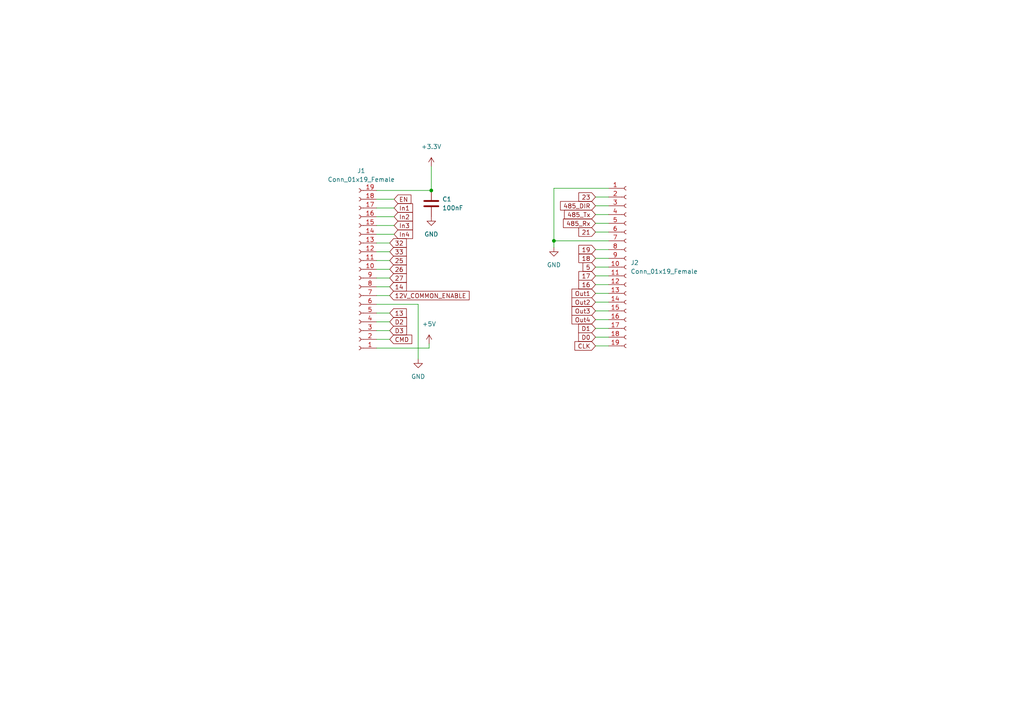
<source format=kicad_sch>
(kicad_sch (version 20230121) (generator eeschema)
  (paper "A4")
  (lib_symbols
    (symbol "Connector:Conn_01x19_Female" (pin_names (offset 1.016) hide)
      (property "Reference" "J" (at 0 25.4 0))
      (property "Value" "Conn_01x19_Female" (at 0 -25.4 0))
      (symbol "Conn_01x19_Female_1_1"
        (arc (start 0 -22.352) (mid -0.5058 -22.86) (end 0 -23.368) (stroke (width 0.1524)))
        (arc (start 0 -19.812) (mid -0.5058 -20.32) (end 0 -20.828) (stroke (width 0.1524)))
        (arc (start 0 -17.272) (mid -0.5058 -17.78) (end 0 -18.288) (stroke (width 0.1524)))
        (arc (start 0 -14.732) (mid -0.5058 -15.24) (end 0 -15.748) (stroke (width 0.1524)))
        (arc (start 0 -12.192) (mid -0.5058 -12.7) (end 0 -13.208) (stroke (width 0.1524)))
        (arc (start 0 -9.652) (mid -0.5058 -10.16) (end 0 -10.668) (stroke (width 0.1524)))
        (arc (start 0 -7.112) (mid -0.5058 -7.62) (end 0 -8.128) (stroke (width 0.1524)))
        (arc (start 0 -4.572) (mid -0.5058 -5.08) (end 0 -5.588) (stroke (width 0.1524)))
        (arc (start 0 -2.032) (mid -0.5058 -2.54) (end 0 -3.048) (stroke (width 0.1524)))
        (polyline (pts (xy -1.27 -22.86) (xy -0.508 -22.86)) (stroke (width 0.1524)))
        (polyline (pts (xy -1.27 -20.32) (xy -0.508 -20.32)) (stroke (width 0.1524)))
        (polyline (pts (xy -1.27 -17.78) (xy -0.508 -17.78)) (stroke (width 0.1524)))
        (polyline (pts (xy -1.27 -15.24) (xy -0.508 -15.24)) (stroke (width 0.1524)))
        (polyline (pts (xy -1.27 -12.7) (xy -0.508 -12.7)) (stroke (width 0.1524)))
        (polyline (pts (xy -1.27 -10.16) (xy -0.508 -10.16)) (stroke (width 0.1524)))
        (polyline (pts (xy -1.27 -7.62) (xy -0.508 -7.62)) (stroke (width 0.1524)))
        (polyline (pts (xy -1.27 -5.08) (xy -0.508 -5.08)) (stroke (width 0.1524)))
        (polyline (pts (xy -1.27 -2.54) (xy -0.508 -2.54)) (stroke (width 0.1524)))
        (polyline (pts (xy -1.27 0) (xy -0.508 0)) (stroke (width 0.1524)))
        (polyline (pts (xy -1.27 2.54) (xy -0.508 2.54)) (stroke (width 0.1524)))
        (polyline (pts (xy -1.27 5.08) (xy -0.508 5.08)) (stroke (width 0.1524)))
        (polyline (pts (xy -1.27 7.62) (xy -0.508 7.62)) (stroke (width 0.1524)))
        (polyline (pts (xy -1.27 10.16) (xy -0.508 10.16)) (stroke (width 0.1524)))
        (polyline (pts (xy -1.27 12.7) (xy -0.508 12.7)) (stroke (width 0.1524)))
        (polyline (pts (xy -1.27 15.24) (xy -0.508 15.24)) (stroke (width 0.1524)))
        (polyline (pts (xy -1.27 17.78) (xy -0.508 17.78)) (stroke (width 0.1524)))
        (polyline (pts (xy -1.27 20.32) (xy -0.508 20.32)) (stroke (width 0.1524)))
        (polyline (pts (xy -1.27 22.86) (xy -0.508 22.86)) (stroke (width 0.1524)))
        (arc (start 0 0.508) (mid -0.5058 0) (end 0 -0.508) (stroke (width 0.1524)))
        (arc (start 0 3.048) (mid -0.5058 2.54) (end 0 2.032) (stroke (width 0.1524)))
        (arc (start 0 5.588) (mid -0.5058 5.08) (end 0 4.572) (stroke (width 0.1524)))
        (arc (start 0 8.128) (mid -0.5058 7.62) (end 0 7.112) (stroke (width 0.1524)))
        (arc (start 0 10.668) (mid -0.5058 10.16) (end 0 9.652) (stroke (width 0.1524)))
        (arc (start 0 13.208) (mid -0.5058 12.7) (end 0 12.192) (stroke (width 0.1524)))
        (arc (start 0 15.748) (mid -0.5058 15.24) (end 0 14.732) (stroke (width 0.1524)))
        (arc (start 0 18.288) (mid -0.5058 17.78) (end 0 17.272) (stroke (width 0.1524)))
        (arc (start 0 20.828) (mid -0.5058 20.32) (end 0 19.812) (stroke (width 0.1524)))
        (arc (start 0 23.368) (mid -0.5058 22.86) (end 0 22.352) (stroke (width 0.1524)))
        (pin passive line (at -5.08 22.86 0) (length 3.81) (name "Pin_1") (number "1"))
        (pin passive line (at -5.08 0 0) (length 3.81) (name "Pin_10") (number "10"))
        (pin passive line (at -5.08 -2.54 0) (length 3.81) (name "Pin_11") (number "11"))
        (pin passive line (at -5.08 -5.08 0) (length 3.81) (name "Pin_12") (number "12"))
        (pin passive line (at -5.08 -7.62 0) (length 3.81) (name "Pin_13") (number "13"))
        (pin passive line (at -5.08 -10.16 0) (length 3.81) (name "Pin_14") (number "14"))
        (pin passive line (at -5.08 -12.7 0) (length 3.81) (name "Pin_15") (number "15"))
        (pin passive line (at -5.08 -15.24 0) (length 3.81) (name "Pin_16") (number "16"))
        (pin passive line (at -5.08 -17.78 0) (length 3.81) (name "Pin_17") (number "17"))
        (pin passive line (at -5.08 -20.32 0) (length 3.81) (name "Pin_18") (number "18"))
        (pin passive line (at -5.08 -22.86 0) (length 3.81) (name "Pin_19") (number "19"))
        (pin passive line (at -5.08 20.32 0) (length 3.81) (name "Pin_2") (number "2"))
        (pin passive line (at -5.08 17.78 0) (length 3.81) (name "Pin_3") (number "3"))
        (pin passive line (at -5.08 15.24 0) (length 3.81) (name "Pin_4") (number "4"))
        (pin passive line (at -5.08 12.7 0) (length 3.81) (name "Pin_5") (number "5"))
        (pin passive line (at -5.08 10.16 0) (length 3.81) (name "Pin_6") (number "6"))
        (pin passive line (at -5.08 7.62 0) (length 3.81) (name "Pin_7") (number "7"))
        (pin passive line (at -5.08 5.08 0) (length 3.81) (name "Pin_8") (number "8"))
        (pin passive line (at -5.08 2.54 0) (length 3.81) (name "Pin_9") (number "9"))
      )
    )
    (symbol "Device:C" (pin_numbers hide) (pin_names (offset 0.254))
      (property "Reference" "C" (at 0.635 2.54 0))
      (property "Value" "C" (at 0.635 -2.54 0))
      (symbol "C_0_1"
        (polyline (pts (xy -2.032 -0.762) (xy 2.032 -0.762)) (stroke (width 0.508)))
        (polyline (pts (xy -2.032 0.762) (xy 2.032 0.762)) (stroke (width 0.508)))
      )
      (symbol "C_1_1"
        (pin passive line (at 0 3.81 270) (length 2.794) (name "~") (number "1"))
        (pin passive line (at 0 -3.81 90) (length 2.794) (name "~") (number "2"))
      )
    )
    (symbol "power:+3.3V" (power) (pin_names (offset 0))
      (property "Value" "+3.3V" (at 0 3.556 0))
      (symbol "+3.3V_0_1"
        (polyline (pts (xy -0.762 1.27) (xy 0 2.54)))
        (polyline (pts (xy 0 0) (xy 0 2.54)))
        (polyline (pts (xy 0 2.54) (xy 0.762 1.27)))
      )
      (symbol "+3.3V_1_1"
        (pin power_in line (at 0 0 90) (length 0) hide (name "+3.3V") (number "1"))
      )
    )
    (symbol "power:+5V" (power) (pin_names (offset 0))
      (property "Value" "+5V" (at 0 3.556 0))
      (symbol "+5V_0_1"
        (polyline (pts (xy -0.762 1.27) (xy 0 2.54)))
        (polyline (pts (xy 0 0) (xy 0 2.54)))
        (polyline (pts (xy 0 2.54) (xy 0.762 1.27)))
      )
      (symbol "+5V_1_1"
        (pin power_in line (at 0 0 90) (length 0) hide (name "+5V") (number "1"))
      )
    )
    (symbol "power:GND" (power) (pin_names (offset 0))
      (property "Value" "GND" (at 0 -3.81 0))
      (symbol "GND_0_1"
        (polyline (pts (xy 0 0) (xy 0 -1.27) (xy 1.27 -1.27) (xy 0 -2.54) (xy -1.27 -1.27) (xy 0 -1.27)))
      )
      (symbol "GND_1_1"
        (pin power_in line (at 0 0 270) (length 0) hide (name "GND") (number "1"))
      )
    )
  )
  (junction (at 160.655 69.85))
  (junction (at 125.095 55.245))
  (wire (pts (xy 121.285 88.265) (xy 121.285 104.14)))
  (wire (pts (xy 172.72 87.63) (xy 176.53 87.63)))
  (wire (pts (xy 172.72 59.69) (xy 176.53 59.69)))
  (wire (pts (xy 109.22 57.785) (xy 114.3 57.785)))
  (wire (pts (xy 109.22 65.405) (xy 114.3 65.405)))
  (wire (pts (xy 160.655 69.85) (xy 160.655 71.755)))
  (wire (pts (xy 109.22 73.025) (xy 113.03 73.025)))
  (wire (pts (xy 160.655 54.61) (xy 176.53 54.61)))
  (wire (pts (xy 109.22 85.725) (xy 113.03 85.725)))
  (wire (pts (xy 109.22 60.325) (xy 114.3 60.325)))
  (wire (pts (xy 109.22 98.425) (xy 113.03 98.425)))
  (wire (pts (xy 121.285 88.265) (xy 109.22 88.265)))
  (wire (pts (xy 172.72 92.71) (xy 176.53 92.71)))
  (wire (pts (xy 160.655 69.85) (xy 176.53 69.85)))
  (wire (pts (xy 109.22 75.565) (xy 113.03 75.565)))
  (wire (pts (xy 124.46 99.695) (xy 124.46 100.965)))
  (wire (pts (xy 172.72 57.15) (xy 176.53 57.15)))
  (wire (pts (xy 172.72 77.47) (xy 176.53 77.47)))
  (wire (pts (xy 109.22 90.805) (xy 113.03 90.805)))
  (wire (pts (xy 109.22 70.485) (xy 113.03 70.485)))
  (wire (pts (xy 172.72 97.79) (xy 176.53 97.79)))
  (wire (pts (xy 172.72 80.01) (xy 176.53 80.01)))
  (wire (pts (xy 109.22 95.885) (xy 113.03 95.885)))
  (wire (pts (xy 109.22 80.645) (xy 113.03 80.645)))
  (wire (pts (xy 172.72 62.23) (xy 176.53 62.23)))
  (wire (pts (xy 172.72 100.33) (xy 176.53 100.33)))
  (wire (pts (xy 109.22 55.245) (xy 125.095 55.245)))
  (wire (pts (xy 172.72 67.31) (xy 176.53 67.31)))
  (wire (pts (xy 125.095 55.245) (xy 125.095 48.26)))
  (wire (pts (xy 172.72 85.09) (xy 176.53 85.09)))
  (wire (pts (xy 172.72 82.55) (xy 176.53 82.55)))
  (wire (pts (xy 109.22 83.185) (xy 113.03 83.185)))
  (wire (pts (xy 109.22 78.105) (xy 113.03 78.105)))
  (wire (pts (xy 172.72 72.39) (xy 176.53 72.39)))
  (wire (pts (xy 160.655 54.61) (xy 160.655 69.85)))
  (wire (pts (xy 109.22 93.345) (xy 113.03 93.345)))
  (wire (pts (xy 124.46 100.965) (xy 109.22 100.965)))
  (wire (pts (xy 172.72 95.25) (xy 176.53 95.25)))
  (wire (pts (xy 172.72 90.17) (xy 176.53 90.17)))
  (wire (pts (xy 172.72 64.77) (xy 176.53 64.77)))
  (wire (pts (xy 109.22 67.945) (xy 114.3 67.945)))
  (wire (pts (xy 109.22 62.865) (xy 114.3 62.865)))
  (wire (pts (xy 172.72 74.93) (xy 176.53 74.93)))
  (global_label "32" (shape input) (at 113.03 70.485 0) (property "Intersheetrefs" "${INTERSHEET_REFS}" (effects hide)))
  (global_label "D1" (shape input) (at 172.72 95.25 180) (property "Intersheetrefs" "${INTERSHEET_REFS}" (effects hide)))
  (global_label "Out3" (shape input) (at 172.72 90.17 180) (property "Intersheetrefs" "${INTERSHEET_REFS}" (effects hide)))
  (global_label "485_Rx" (shape input) (at 172.72 64.77 180) (property "Intersheetrefs" "${INTERSHEET_REFS}" (effects hide)))
  (global_label "12V_COMMON_ENABLE" (shape input) (at 113.03 85.725 0) (property "Intersheetrefs" "${INTERSHEET_REFS}" (effects hide)))
  (global_label "In2" (shape input) (at 114.3 62.865 0) (property "Intersheetrefs" "${INTERSHEET_REFS}" (effects hide)))
  (global_label "D2" (shape input) (at 113.03 93.345 0) (property "Intersheetrefs" "${INTERSHEET_REFS}" (effects hide)))
  (global_label "In1" (shape input) (at 114.3 60.325 0) (property "Intersheetrefs" "${INTERSHEET_REFS}" (effects hide)))
  (global_label "14" (shape input) (at 113.03 83.185 0) (property "Intersheetrefs" "${INTERSHEET_REFS}" (effects hide)))
  (global_label "13" (shape input) (at 113.03 90.805 0) (property "Intersheetrefs" "${INTERSHEET_REFS}" (effects hide)))
  (global_label "26" (shape input) (at 113.03 78.105 0) (property "Intersheetrefs" "${INTERSHEET_REFS}" (effects hide)))
  (global_label "Out2" (shape input) (at 172.72 87.63 180) (property "Intersheetrefs" "${INTERSHEET_REFS}" (effects hide)))
  (global_label "27" (shape input) (at 113.03 80.645 0) (property "Intersheetrefs" "${INTERSHEET_REFS}" (effects hide)))
  (global_label "33" (shape input) (at 113.03 73.025 0) (property "Intersheetrefs" "${INTERSHEET_REFS}" (effects hide)))
  (global_label "EN" (shape input) (at 114.3 57.785 0) (property "Intersheetrefs" "${INTERSHEET_REFS}" (effects hide)))
  (global_label "485_DIR" (shape input) (at 172.72 59.69 180) (property "Intersheetrefs" "${INTERSHEET_REFS}" (effects hide)))
  (global_label "In3" (shape input) (at 114.3 65.405 0) (property "Intersheetrefs" "${INTERSHEET_REFS}" (effects hide)))
  (global_label "16" (shape input) (at 172.72 82.55 180) (property "Intersheetrefs" "${INTERSHEET_REFS}" (effects hide)))
  (global_label "Out4" (shape input) (at 172.72 92.71 180) (property "Intersheetrefs" "${INTERSHEET_REFS}" (effects hide)))
  (global_label "5" (shape input) (at 172.72 77.47 180) (property "Intersheetrefs" "${INTERSHEET_REFS}" (effects hide)))
  (global_label "In4" (shape input) (at 114.3 67.945 0) (property "Intersheetrefs" "${INTERSHEET_REFS}" (effects hide)))
  (global_label "21" (shape input) (at 172.72 67.31 180) (property "Intersheetrefs" "${INTERSHEET_REFS}" (effects hide)))
  (global_label "Out1" (shape input) (at 172.72 85.09 180) (property "Intersheetrefs" "${INTERSHEET_REFS}" (effects hide)))
  (global_label "18" (shape input) (at 172.72 74.93 180) (property "Intersheetrefs" "${INTERSHEET_REFS}" (effects hide)))
  (global_label "CLK" (shape input) (at 172.72 100.33 180) (property "Intersheetrefs" "${INTERSHEET_REFS}" (effects hide)))
  (global_label "D3" (shape input) (at 113.03 95.885 0) (property "Intersheetrefs" "${INTERSHEET_REFS}" (effects hide)))
  (global_label "23" (shape input) (at 172.72 57.15 180) (property "Intersheetrefs" "${INTERSHEET_REFS}" (effects hide)))
  (global_label "CMD" (shape input) (at 113.03 98.425 0) (property "Intersheetrefs" "${INTERSHEET_REFS}" (effects hide)))
  (global_label "19" (shape input) (at 172.72 72.39 180) (property "Intersheetrefs" "${INTERSHEET_REFS}" (effects hide)))
  (global_label "25" (shape input) (at 113.03 75.565 0) (property "Intersheetrefs" "${INTERSHEET_REFS}" (effects hide)))
  (global_label "17" (shape input) (at 172.72 80.01 180) (property "Intersheetrefs" "${INTERSHEET_REFS}" (effects hide)))
  (global_label "485_Tx" (shape input) (at 172.72 62.23 180) (property "Intersheetrefs" "${INTERSHEET_REFS}" (effects hide)))
  (global_label "D0" (shape input) (at 172.72 97.79 180) (property "Intersheetrefs" "${INTERSHEET_REFS}" (effects hide)))
  (symbol (lib_id "Device:C") (at 125.095 59.055 0) (unit 1)
    (property "Reference" "C1" (at 128.27 57.7849 0) (effects (justify left)))
    (property "Value" "100nF" (at 128.27 60.3249 0) (effects (justify left)))
    (property "Footprint" "Capacitor_SMD:C_0603_1608Metric" (effects hide))
  )
  (symbol (lib_id "power:+5V") (at 124.46 99.695 0) (unit 1)
    (property "Reference" "#PWR0101" (effects hide))
    (property "Value" "+5V" (at 124.46 93.98 0))
  )
  (symbol (lib_id "Connector:Conn_01x19_Female") (at 181.61 77.47 0) (unit 1)
    (property "Reference" "J2" (at 182.88 76.1999 0) (effects (justify left)))
    (property "Value" "Conn_01x19_Female" (at 182.88 78.7399 0) (effects (justify left)))
    (property "Footprint" "Connector_PinSocket_2.54mm:PinSocket_1x19_P2.54mm_Vertical" (effects hide))
  )
  (symbol (lib_id "power:GND") (at 160.655 71.755 0) (unit 1)
    (property "Reference" "#PWR0103" (effects hide))
    (property "Value" "GND" (at 160.655 76.835 0))
  )
  (symbol (lib_id "power:+3.3V") (at 125.095 48.26 0) (unit 1)
    (property "Reference" "#PWR0104" (effects hide))
    (property "Value" "+3.3V" (at 125.095 42.545 0))
  )
  (symbol (lib_id "power:GND") (at 125.095 62.865 0) (unit 1)
    (property "Reference" "#PWR0105" (effects hide))
    (property "Value" "GND" (at 125.095 67.945 0))
  )
  (symbol (lib_id "power:GND") (at 121.285 104.14 0) (unit 1)
    (property "Reference" "#PWR0102" (effects hide))
    (property "Value" "GND" (at 121.285 109.22 0))
  )
  (symbol (lib_id "Connector:Conn_01x19_Female") (at 104.14 78.105 180) (unit 1)
    (property "Reference" "J1" (at 104.775 49.53 0))
    (property "Value" "Conn_01x19_Female" (at 104.775 52.07 0))
    (property "Footprint" "Connector_PinSocket_2.54mm:PinSocket_1x19_P2.54mm_Vertical" (effects hide))
  )
)
</source>
